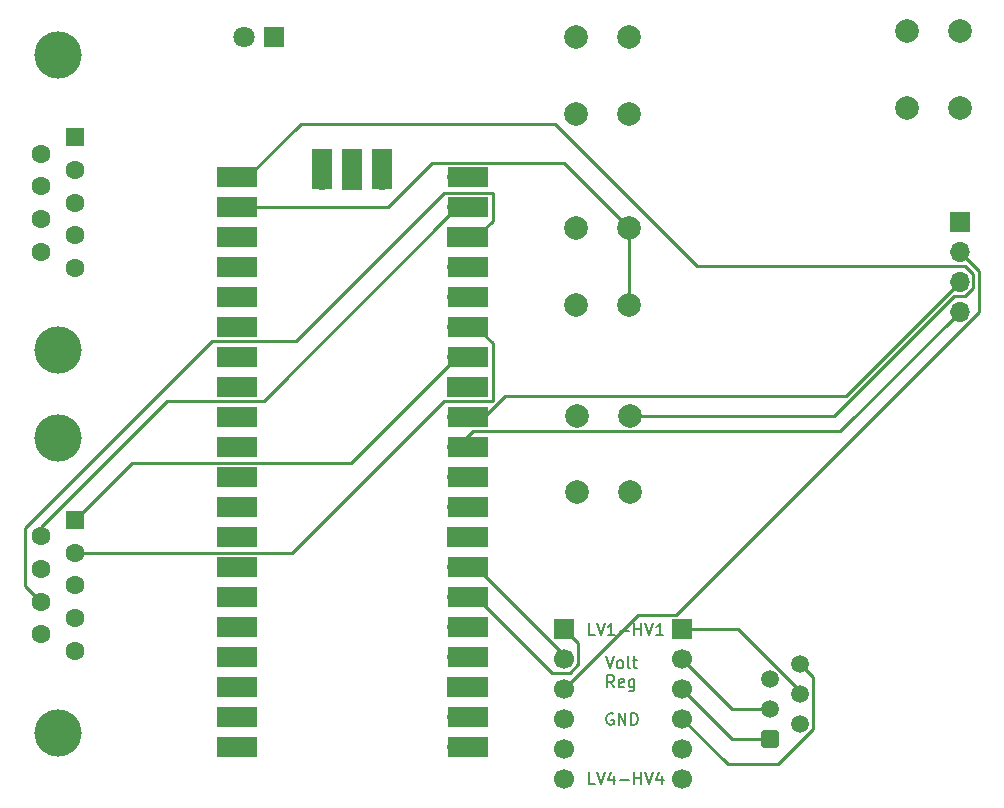
<source format=gtl>
G04 #@! TF.GenerationSoftware,KiCad,Pcbnew,9.0.5*
G04 #@! TF.CreationDate,2026-01-02T00:08:48+00:00*
G04 #@! TF.ProjectId,PIKBD,50494b42-442e-46b6-9963-61645f706362,2.2*
G04 #@! TF.SameCoordinates,Original*
G04 #@! TF.FileFunction,Copper,L1,Top*
G04 #@! TF.FilePolarity,Positive*
%FSLAX46Y46*%
G04 Gerber Fmt 4.6, Leading zero omitted, Abs format (unit mm)*
G04 Created by KiCad (PCBNEW 9.0.5) date 2026-01-02 00:08:48*
%MOMM*%
%LPD*%
G01*
G04 APERTURE LIST*
G04 Aperture macros list*
%AMRoundRect*
0 Rectangle with rounded corners*
0 $1 Rounding radius*
0 $2 $3 $4 $5 $6 $7 $8 $9 X,Y pos of 4 corners*
0 Add a 4 corners polygon primitive as box body*
4,1,4,$2,$3,$4,$5,$6,$7,$8,$9,$2,$3,0*
0 Add four circle primitives for the rounded corners*
1,1,$1+$1,$2,$3*
1,1,$1+$1,$4,$5*
1,1,$1+$1,$6,$7*
1,1,$1+$1,$8,$9*
0 Add four rect primitives between the rounded corners*
20,1,$1+$1,$2,$3,$4,$5,0*
20,1,$1+$1,$4,$5,$6,$7,0*
20,1,$1+$1,$6,$7,$8,$9,0*
20,1,$1+$1,$8,$9,$2,$3,0*%
G04 Aperture macros list end*
%ADD10C,0.200000*%
G04 #@! TA.AperFunction,NonConductor*
%ADD11C,0.200000*%
G04 #@! TD*
G04 #@! TA.AperFunction,ComponentPad*
%ADD12C,4.000000*%
G04 #@! TD*
G04 #@! TA.AperFunction,ComponentPad*
%ADD13R,1.600000X1.600000*%
G04 #@! TD*
G04 #@! TA.AperFunction,ComponentPad*
%ADD14C,1.600000*%
G04 #@! TD*
G04 #@! TA.AperFunction,ComponentPad*
%ADD15C,2.000000*%
G04 #@! TD*
G04 #@! TA.AperFunction,ComponentPad*
%ADD16R,1.700000X1.700000*%
G04 #@! TD*
G04 #@! TA.AperFunction,ComponentPad*
%ADD17C,1.700000*%
G04 #@! TD*
G04 #@! TA.AperFunction,ComponentPad*
%ADD18O,1.700000X1.700000*%
G04 #@! TD*
G04 #@! TA.AperFunction,SMDPad,CuDef*
%ADD19R,3.500000X1.700000*%
G04 #@! TD*
G04 #@! TA.AperFunction,SMDPad,CuDef*
%ADD20R,1.700000X3.500000*%
G04 #@! TD*
G04 #@! TA.AperFunction,ComponentPad*
%ADD21RoundRect,0.250000X0.510000X-0.510000X0.510000X0.510000X-0.510000X0.510000X-0.510000X-0.510000X0*%
G04 #@! TD*
G04 #@! TA.AperFunction,ComponentPad*
%ADD22C,1.520000*%
G04 #@! TD*
G04 #@! TA.AperFunction,ComponentPad*
%ADD23R,1.800000X1.800000*%
G04 #@! TD*
G04 #@! TA.AperFunction,ComponentPad*
%ADD24C,1.800000*%
G04 #@! TD*
G04 #@! TA.AperFunction,Conductor*
%ADD25C,0.250000*%
G04 #@! TD*
G04 APERTURE END LIST*
D10*
D11*
X155845863Y-127267219D02*
X155369673Y-127267219D01*
X155369673Y-127267219D02*
X155369673Y-126267219D01*
X156036340Y-126267219D02*
X156369673Y-127267219D01*
X156369673Y-127267219D02*
X156703006Y-126267219D01*
X157464911Y-126600552D02*
X157464911Y-127267219D01*
X157226816Y-126219600D02*
X156988721Y-126933885D01*
X156988721Y-126933885D02*
X157607768Y-126933885D01*
X157988721Y-126886266D02*
X158750626Y-126886266D01*
X159226816Y-127267219D02*
X159226816Y-126267219D01*
X159226816Y-126743409D02*
X159798244Y-126743409D01*
X159798244Y-127267219D02*
X159798244Y-126267219D01*
X160131578Y-126267219D02*
X160464911Y-127267219D01*
X160464911Y-127267219D02*
X160798244Y-126267219D01*
X161560149Y-126600552D02*
X161560149Y-127267219D01*
X161322054Y-126219600D02*
X161083959Y-126933885D01*
X161083959Y-126933885D02*
X161703006Y-126933885D01*
D10*
D11*
X155845863Y-114667219D02*
X155369673Y-114667219D01*
X155369673Y-114667219D02*
X155369673Y-113667219D01*
X156036340Y-113667219D02*
X156369673Y-114667219D01*
X156369673Y-114667219D02*
X156703006Y-113667219D01*
X157560149Y-114667219D02*
X156988721Y-114667219D01*
X157274435Y-114667219D02*
X157274435Y-113667219D01*
X157274435Y-113667219D02*
X157179197Y-113810076D01*
X157179197Y-113810076D02*
X157083959Y-113905314D01*
X157083959Y-113905314D02*
X156988721Y-113952933D01*
X157988721Y-114286266D02*
X158750626Y-114286266D01*
X159226816Y-114667219D02*
X159226816Y-113667219D01*
X159226816Y-114143409D02*
X159798244Y-114143409D01*
X159798244Y-114667219D02*
X159798244Y-113667219D01*
X160131578Y-113667219D02*
X160464911Y-114667219D01*
X160464911Y-114667219D02*
X160798244Y-113667219D01*
X161655387Y-114667219D02*
X161083959Y-114667219D01*
X161369673Y-114667219D02*
X161369673Y-113667219D01*
X161369673Y-113667219D02*
X161274435Y-113810076D01*
X161274435Y-113810076D02*
X161179197Y-113905314D01*
X161179197Y-113905314D02*
X161083959Y-113952933D01*
D10*
D11*
X156788721Y-116457275D02*
X157122054Y-117457275D01*
X157122054Y-117457275D02*
X157455387Y-116457275D01*
X157931578Y-117457275D02*
X157836340Y-117409656D01*
X157836340Y-117409656D02*
X157788721Y-117362036D01*
X157788721Y-117362036D02*
X157741102Y-117266798D01*
X157741102Y-117266798D02*
X157741102Y-116981084D01*
X157741102Y-116981084D02*
X157788721Y-116885846D01*
X157788721Y-116885846D02*
X157836340Y-116838227D01*
X157836340Y-116838227D02*
X157931578Y-116790608D01*
X157931578Y-116790608D02*
X158074435Y-116790608D01*
X158074435Y-116790608D02*
X158169673Y-116838227D01*
X158169673Y-116838227D02*
X158217292Y-116885846D01*
X158217292Y-116885846D02*
X158264911Y-116981084D01*
X158264911Y-116981084D02*
X158264911Y-117266798D01*
X158264911Y-117266798D02*
X158217292Y-117362036D01*
X158217292Y-117362036D02*
X158169673Y-117409656D01*
X158169673Y-117409656D02*
X158074435Y-117457275D01*
X158074435Y-117457275D02*
X157931578Y-117457275D01*
X158836340Y-117457275D02*
X158741102Y-117409656D01*
X158741102Y-117409656D02*
X158693483Y-117314417D01*
X158693483Y-117314417D02*
X158693483Y-116457275D01*
X159074436Y-116790608D02*
X159455388Y-116790608D01*
X159217293Y-116457275D02*
X159217293Y-117314417D01*
X159217293Y-117314417D02*
X159264912Y-117409656D01*
X159264912Y-117409656D02*
X159360150Y-117457275D01*
X159360150Y-117457275D02*
X159455388Y-117457275D01*
X157503006Y-119067219D02*
X157169673Y-118591028D01*
X156931578Y-119067219D02*
X156931578Y-118067219D01*
X156931578Y-118067219D02*
X157312530Y-118067219D01*
X157312530Y-118067219D02*
X157407768Y-118114838D01*
X157407768Y-118114838D02*
X157455387Y-118162457D01*
X157455387Y-118162457D02*
X157503006Y-118257695D01*
X157503006Y-118257695D02*
X157503006Y-118400552D01*
X157503006Y-118400552D02*
X157455387Y-118495790D01*
X157455387Y-118495790D02*
X157407768Y-118543409D01*
X157407768Y-118543409D02*
X157312530Y-118591028D01*
X157312530Y-118591028D02*
X156931578Y-118591028D01*
X158312530Y-119019600D02*
X158217292Y-119067219D01*
X158217292Y-119067219D02*
X158026816Y-119067219D01*
X158026816Y-119067219D02*
X157931578Y-119019600D01*
X157931578Y-119019600D02*
X157883959Y-118924361D01*
X157883959Y-118924361D02*
X157883959Y-118543409D01*
X157883959Y-118543409D02*
X157931578Y-118448171D01*
X157931578Y-118448171D02*
X158026816Y-118400552D01*
X158026816Y-118400552D02*
X158217292Y-118400552D01*
X158217292Y-118400552D02*
X158312530Y-118448171D01*
X158312530Y-118448171D02*
X158360149Y-118543409D01*
X158360149Y-118543409D02*
X158360149Y-118638647D01*
X158360149Y-118638647D02*
X157883959Y-118733885D01*
X159217292Y-118400552D02*
X159217292Y-119210076D01*
X159217292Y-119210076D02*
X159169673Y-119305314D01*
X159169673Y-119305314D02*
X159122054Y-119352933D01*
X159122054Y-119352933D02*
X159026816Y-119400552D01*
X159026816Y-119400552D02*
X158883959Y-119400552D01*
X158883959Y-119400552D02*
X158788721Y-119352933D01*
X159217292Y-119019600D02*
X159122054Y-119067219D01*
X159122054Y-119067219D02*
X158931578Y-119067219D01*
X158931578Y-119067219D02*
X158836340Y-119019600D01*
X158836340Y-119019600D02*
X158788721Y-118971980D01*
X158788721Y-118971980D02*
X158741102Y-118876742D01*
X158741102Y-118876742D02*
X158741102Y-118591028D01*
X158741102Y-118591028D02*
X158788721Y-118495790D01*
X158788721Y-118495790D02*
X158836340Y-118448171D01*
X158836340Y-118448171D02*
X158931578Y-118400552D01*
X158931578Y-118400552D02*
X159122054Y-118400552D01*
X159122054Y-118400552D02*
X159217292Y-118448171D01*
D10*
D11*
X157417292Y-121314838D02*
X157322054Y-121267219D01*
X157322054Y-121267219D02*
X157179197Y-121267219D01*
X157179197Y-121267219D02*
X157036340Y-121314838D01*
X157036340Y-121314838D02*
X156941102Y-121410076D01*
X156941102Y-121410076D02*
X156893483Y-121505314D01*
X156893483Y-121505314D02*
X156845864Y-121695790D01*
X156845864Y-121695790D02*
X156845864Y-121838647D01*
X156845864Y-121838647D02*
X156893483Y-122029123D01*
X156893483Y-122029123D02*
X156941102Y-122124361D01*
X156941102Y-122124361D02*
X157036340Y-122219600D01*
X157036340Y-122219600D02*
X157179197Y-122267219D01*
X157179197Y-122267219D02*
X157274435Y-122267219D01*
X157274435Y-122267219D02*
X157417292Y-122219600D01*
X157417292Y-122219600D02*
X157464911Y-122171980D01*
X157464911Y-122171980D02*
X157464911Y-121838647D01*
X157464911Y-121838647D02*
X157274435Y-121838647D01*
X157893483Y-122267219D02*
X157893483Y-121267219D01*
X157893483Y-121267219D02*
X158464911Y-122267219D01*
X158464911Y-122267219D02*
X158464911Y-121267219D01*
X158941102Y-122267219D02*
X158941102Y-121267219D01*
X158941102Y-121267219D02*
X159179197Y-121267219D01*
X159179197Y-121267219D02*
X159322054Y-121314838D01*
X159322054Y-121314838D02*
X159417292Y-121410076D01*
X159417292Y-121410076D02*
X159464911Y-121505314D01*
X159464911Y-121505314D02*
X159512530Y-121695790D01*
X159512530Y-121695790D02*
X159512530Y-121838647D01*
X159512530Y-121838647D02*
X159464911Y-122029123D01*
X159464911Y-122029123D02*
X159417292Y-122124361D01*
X159417292Y-122124361D02*
X159322054Y-122219600D01*
X159322054Y-122219600D02*
X159179197Y-122267219D01*
X159179197Y-122267219D02*
X158941102Y-122267219D01*
D12*
X110420000Y-65545000D03*
X110420000Y-90545000D03*
D13*
X111840000Y-72505000D03*
D14*
X111840000Y-75275000D03*
X111840000Y-78045000D03*
X111840000Y-80815000D03*
X111840000Y-83585000D03*
X109000000Y-73890000D03*
X109000000Y-76660000D03*
X109000000Y-79430000D03*
X109000000Y-82200000D03*
D15*
X158760000Y-80190000D03*
X158760000Y-86690000D03*
X154260000Y-80190000D03*
X154260000Y-86690000D03*
X182300000Y-70000000D03*
X182300000Y-63500000D03*
X186800000Y-70000000D03*
X186800000Y-63500000D03*
D16*
X163260000Y-114114812D03*
D17*
X163260000Y-116654812D03*
X163260000Y-119194812D03*
X163260000Y-121734812D03*
X163260000Y-124274812D03*
X163260000Y-126814812D03*
D16*
X186750000Y-79680000D03*
D18*
X186750000Y-82220000D03*
X186750000Y-84760000D03*
X186750000Y-87300000D03*
D16*
X153260000Y-114114812D03*
D17*
X153260000Y-116654812D03*
X153260000Y-119194812D03*
X153260000Y-121734812D03*
X153260000Y-124274812D03*
X153260000Y-126814812D03*
D18*
X144241324Y-124135000D03*
D19*
X145141324Y-124135000D03*
D18*
X144241324Y-121595000D03*
D19*
X145141324Y-121595000D03*
D16*
X144241324Y-119055000D03*
D19*
X145141324Y-119055000D03*
D18*
X144241324Y-116515000D03*
D19*
X145141324Y-116515000D03*
D18*
X144241324Y-113975000D03*
D19*
X145141324Y-113975000D03*
D18*
X144241324Y-111435000D03*
D19*
X145141324Y-111435000D03*
D18*
X144241324Y-108895000D03*
D19*
X145141324Y-108895000D03*
D16*
X144241324Y-106355000D03*
D19*
X145141324Y-106355000D03*
D18*
X144241324Y-103815000D03*
D19*
X145141324Y-103815000D03*
D18*
X144241324Y-101275000D03*
D19*
X145141324Y-101275000D03*
D18*
X144241324Y-98735000D03*
D19*
X145141324Y-98735000D03*
D18*
X144241324Y-96195000D03*
D19*
X145141324Y-96195000D03*
D16*
X144241324Y-93655000D03*
D19*
X145141324Y-93655000D03*
D18*
X144241324Y-91115000D03*
D19*
X145141324Y-91115000D03*
D18*
X144241324Y-88575000D03*
D19*
X145141324Y-88575000D03*
D18*
X144241324Y-86035000D03*
D19*
X145141324Y-86035000D03*
D18*
X144241324Y-83495000D03*
D19*
X145141324Y-83495000D03*
D16*
X144241324Y-80955000D03*
D19*
X145141324Y-80955000D03*
D18*
X144241324Y-78415000D03*
D19*
X145141324Y-78415000D03*
D18*
X144241324Y-75875000D03*
D19*
X145141324Y-75875000D03*
D18*
X126461324Y-75875000D03*
D19*
X125561324Y-75875000D03*
D18*
X126461324Y-78415000D03*
D19*
X125561324Y-78415000D03*
D16*
X126461324Y-80955000D03*
D19*
X125561324Y-80955000D03*
D18*
X126461324Y-83495000D03*
D19*
X125561324Y-83495000D03*
D18*
X126461324Y-86035000D03*
D19*
X125561324Y-86035000D03*
D18*
X126461324Y-88575000D03*
D19*
X125561324Y-88575000D03*
D18*
X126461324Y-91115000D03*
D19*
X125561324Y-91115000D03*
D16*
X126461324Y-93655000D03*
D19*
X125561324Y-93655000D03*
D18*
X126461324Y-96195000D03*
D19*
X125561324Y-96195000D03*
D18*
X126461324Y-98735000D03*
D19*
X125561324Y-98735000D03*
D18*
X126461324Y-101275000D03*
D19*
X125561324Y-101275000D03*
D18*
X126461324Y-103815000D03*
D19*
X125561324Y-103815000D03*
D16*
X126461324Y-106355000D03*
D19*
X125561324Y-106355000D03*
D18*
X126461324Y-108895000D03*
D19*
X125561324Y-108895000D03*
D18*
X126461324Y-111435000D03*
D19*
X125561324Y-111435000D03*
D18*
X126461324Y-113975000D03*
D19*
X125561324Y-113975000D03*
D18*
X126461324Y-116515000D03*
D19*
X125561324Y-116515000D03*
D16*
X126461324Y-119055000D03*
D19*
X125561324Y-119055000D03*
D18*
X126461324Y-121595000D03*
D19*
X125561324Y-121595000D03*
D18*
X126461324Y-124135000D03*
D19*
X125561324Y-124135000D03*
D18*
X137891324Y-76105000D03*
D20*
X137891324Y-75205000D03*
D16*
X135351324Y-76105000D03*
D20*
X135351324Y-75205000D03*
D18*
X132811324Y-76105000D03*
D20*
X132811324Y-75205000D03*
D21*
X170710000Y-123460000D03*
D22*
X173250000Y-122190000D03*
X170710000Y-120920000D03*
X173250000Y-119650000D03*
X170710000Y-118380000D03*
X173250000Y-117110000D03*
D15*
X158760000Y-64000000D03*
X158760000Y-70500000D03*
X154260000Y-64000000D03*
X154260000Y-70500000D03*
D23*
X128740000Y-64000000D03*
D24*
X126200000Y-64000000D03*
D12*
X110420000Y-97945000D03*
X110420000Y-122945000D03*
D13*
X111840000Y-104905000D03*
D14*
X111840000Y-107675000D03*
X111840000Y-110445000D03*
X111840000Y-113215000D03*
X111840000Y-115985000D03*
X109000000Y-106290000D03*
X109000000Y-109060000D03*
X109000000Y-111830000D03*
X109000000Y-114600000D03*
D15*
X158830000Y-96070000D03*
X158830000Y-102570000D03*
X154330000Y-96070000D03*
X154330000Y-102570000D03*
D25*
X186750000Y-82220000D02*
X188377000Y-83847000D01*
X162774304Y-112938812D02*
X159516000Y-112938812D01*
X188377000Y-83847000D02*
X188377000Y-87336116D01*
X188377000Y-87336116D02*
X162774304Y-112938812D01*
X159516000Y-112938812D02*
X153260000Y-119194812D01*
X177110000Y-94400000D02*
X148286134Y-94400000D01*
X146491134Y-96195000D02*
X144241324Y-96195000D01*
X186750000Y-84760000D02*
X177110000Y-94400000D01*
X148286134Y-94400000D02*
X146491134Y-96195000D01*
X176654000Y-97396000D02*
X145580324Y-97396000D01*
X186750000Y-87300000D02*
X176654000Y-97396000D01*
X145580324Y-97396000D02*
X144241324Y-98735000D01*
X167525188Y-123460000D02*
X170710000Y-123460000D01*
X163260000Y-119194812D02*
X167525188Y-123460000D01*
X167525188Y-120920000D02*
X170710000Y-120920000D01*
X163260000Y-116654812D02*
X167525188Y-120920000D01*
X163260000Y-114114812D02*
X167980648Y-114114812D01*
X167980648Y-114114812D02*
X173250000Y-119384164D01*
X173250000Y-119384164D02*
X173250000Y-119650000D01*
X163260000Y-121734812D02*
X167125188Y-125600000D01*
X174336000Y-122639836D02*
X174336000Y-118196000D01*
X167125188Y-125600000D02*
X171375836Y-125600000D01*
X174336000Y-118196000D02*
X173250000Y-117110000D01*
X171375836Y-125600000D02*
X174336000Y-122639836D01*
X145853324Y-111435000D02*
X144241324Y-111435000D01*
X152249136Y-117830812D02*
X145853324Y-111435000D01*
X154436000Y-117141928D02*
X153747116Y-117830812D01*
X153260000Y-114114812D02*
X154436000Y-115290812D01*
X154436000Y-115290812D02*
X154436000Y-117141928D01*
X153747116Y-117830812D02*
X152249136Y-117830812D01*
X145853324Y-108895000D02*
X144241324Y-108895000D01*
X153260000Y-116654812D02*
X153260000Y-116301676D01*
X153260000Y-116301676D02*
X145853324Y-108895000D01*
X111840000Y-104905000D02*
X116646000Y-100099000D01*
X116646000Y-100099000D02*
X135257324Y-100099000D01*
X135257324Y-100099000D02*
X144241324Y-91115000D01*
X138385000Y-78415000D02*
X126461324Y-78415000D01*
X153269000Y-74699000D02*
X142101000Y-74699000D01*
X142101000Y-74699000D02*
X138385000Y-78415000D01*
X158760000Y-80190000D02*
X153269000Y-74699000D01*
X158760000Y-80190000D02*
X158760000Y-86690000D01*
X187926000Y-84084884D02*
X187237116Y-83396000D01*
X164480752Y-83396000D02*
X152463752Y-71379000D01*
X187926000Y-85247116D02*
X187926000Y-84084884D01*
X158830000Y-96070000D02*
X176128884Y-96070000D01*
X187237116Y-83396000D02*
X164480752Y-83396000D01*
X187237116Y-85936000D02*
X187926000Y-85247116D01*
X176128884Y-96070000D02*
X186262884Y-85936000D01*
X130957324Y-71379000D02*
X126461324Y-75875000D01*
X152463752Y-71379000D02*
X130957324Y-71379000D01*
X186262884Y-85936000D02*
X187237116Y-85936000D01*
X130221324Y-107675000D02*
X143065324Y-94831000D01*
X147217324Y-89939000D02*
X145853324Y-88575000D01*
X143065324Y-94831000D02*
X147217324Y-94831000D01*
X147217324Y-94831000D02*
X147217324Y-89939000D01*
X145853324Y-88575000D02*
X144241324Y-88575000D01*
X111840000Y-107675000D02*
X130221324Y-107675000D01*
X119662000Y-94831000D02*
X127825324Y-94831000D01*
X127825324Y-94831000D02*
X144241324Y-78415000D01*
X109000000Y-106290000D02*
X109000000Y-105493000D01*
X109000000Y-105493000D02*
X119662000Y-94831000D01*
X130553324Y-89751000D02*
X143065324Y-77239000D01*
X147217324Y-79591000D02*
X145853324Y-80955000D01*
X107660000Y-110490000D02*
X107660000Y-105576324D01*
X143065324Y-77239000D02*
X147217324Y-77239000D01*
X123485324Y-89751000D02*
X130553324Y-89751000D01*
X145853324Y-80955000D02*
X144241324Y-80955000D01*
X109000000Y-111830000D02*
X107660000Y-110490000D01*
X147217324Y-77239000D02*
X147217324Y-79591000D01*
X107660000Y-105576324D02*
X123485324Y-89751000D01*
M02*

</source>
